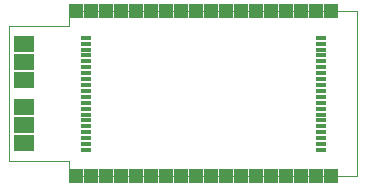
<source format=gts>
G75*
%MOIN*%
%OFA0B0*%
%FSLAX24Y24*%
%IPPOS*%
%LPD*%
%AMOC8*
5,1,8,0,0,1.08239X$1,22.5*
%
%ADD10C,0.0000*%
%ADD11R,0.0356X0.0159*%
%ADD12R,0.0710X0.0540*%
%ADD13R,0.0476X0.0476*%
D10*
X001026Y001006D02*
X003026Y001006D01*
X003026Y000506D01*
X012626Y000506D01*
X012626Y006006D01*
X003026Y006006D01*
X003026Y005506D01*
X001026Y005506D01*
X001026Y001006D01*
D11*
X003608Y001386D03*
X003608Y001583D03*
X003608Y001779D03*
X003608Y001976D03*
X003608Y002173D03*
X003608Y002370D03*
X003608Y002567D03*
X003608Y002764D03*
X003608Y002961D03*
X003608Y003157D03*
X003608Y003354D03*
X003608Y003551D03*
X003608Y003748D03*
X003608Y003945D03*
X003608Y004142D03*
X003608Y004339D03*
X003608Y004535D03*
X003608Y004732D03*
X003608Y004929D03*
X003608Y005126D03*
X011443Y005126D03*
X011443Y004929D03*
X011443Y004732D03*
X011443Y004535D03*
X011443Y004339D03*
X011443Y004142D03*
X011443Y003945D03*
X011443Y003748D03*
X011443Y003551D03*
X011443Y003354D03*
X011443Y003157D03*
X011443Y002961D03*
X011443Y002764D03*
X011443Y002567D03*
X011443Y002370D03*
X011443Y002173D03*
X011443Y001976D03*
X011443Y001779D03*
X011443Y001583D03*
X011443Y001386D03*
D12*
X001526Y001606D03*
X001526Y002206D03*
X001526Y002806D03*
X001526Y003706D03*
X001526Y004306D03*
X001526Y004906D03*
D13*
X003276Y006006D03*
X003776Y006006D03*
X004276Y006006D03*
X004776Y006006D03*
X005276Y006006D03*
X005776Y006006D03*
X006276Y006006D03*
X006776Y006006D03*
X007276Y006006D03*
X007776Y006006D03*
X008276Y006006D03*
X008776Y006006D03*
X009276Y006006D03*
X009776Y006006D03*
X010276Y006006D03*
X010776Y006006D03*
X011276Y006006D03*
X011776Y006006D03*
X011776Y000506D03*
X011276Y000506D03*
X010776Y000506D03*
X010276Y000506D03*
X009776Y000506D03*
X009276Y000506D03*
X008776Y000506D03*
X008276Y000506D03*
X007776Y000506D03*
X007276Y000506D03*
X006776Y000506D03*
X006276Y000506D03*
X005776Y000506D03*
X005276Y000506D03*
X004776Y000506D03*
X004276Y000506D03*
X003776Y000506D03*
X003275Y000505D03*
M02*

</source>
